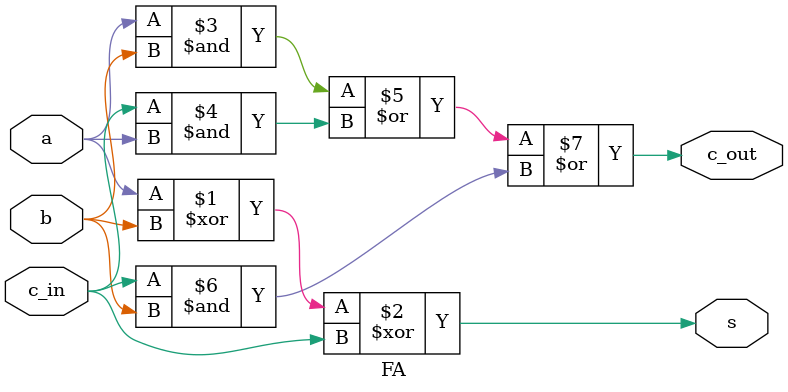
<source format=v>
module part2(a, b, c_in, s, c_out);
	input [3:0] a;
	input [3:0] b;
	input c_in;
	output [3:0] s;
	output [3:0] c_out;


	FA adder1(a[0], b[0], c_in, s[0], c_out[0]);
	FA adder2(a[1], b[1], c_out[0], s[1], c_out[1]);
	FA adder3(a[2], b[2], c_out[1], s[2], c_out[2]);
	FA adder4(a[3], b[3], c_out[2], s[3], c_out[3]);

endmodule 

module FA(input a, b, c_in, output s, c_out);

	assign s = a ^ b ^ c_in;
	assign c_out = (a & b) | (c_in & a) | (c_in & b);

endmodule 
</source>
